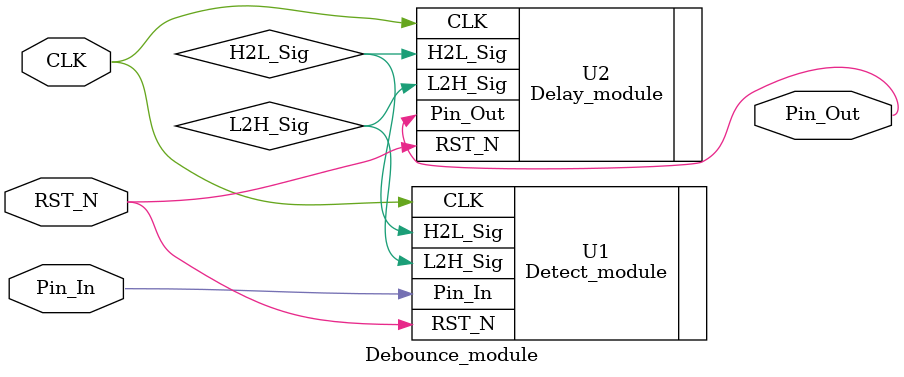
<source format=v>
module Debounce_module(
	CLK,RST_N,
	Pin_In,
	Pin_Out
);

input CLK;
input RST_N;
input Pin_In;
output Pin_Out;

/********************************************/

wire H2L_Sig;
wire L2H_Sig;

		Detect_module U1
		(
			.CLK(CLK),
			.RST_N(RST_N),
			.Pin_In(Pin_In),     // input by top
			.H2L_Sig(H2L_Sig),   // output to U2
			.L2H_Sig(L2H_Sig)    // Output to U2
		);
		
/*********************************************/

Delay_module U2
		(
			.CLK(CLK),
			.RST_N(RST_N),
			.H2L_Sig(H2L_Sig),   // input from U1
			.L2H_Sig(L2H_Sig),    // input from U1
			.Pin_Out(Pin_Out)     // output to top
		);		

/**********************************************/

endmodule
</source>
